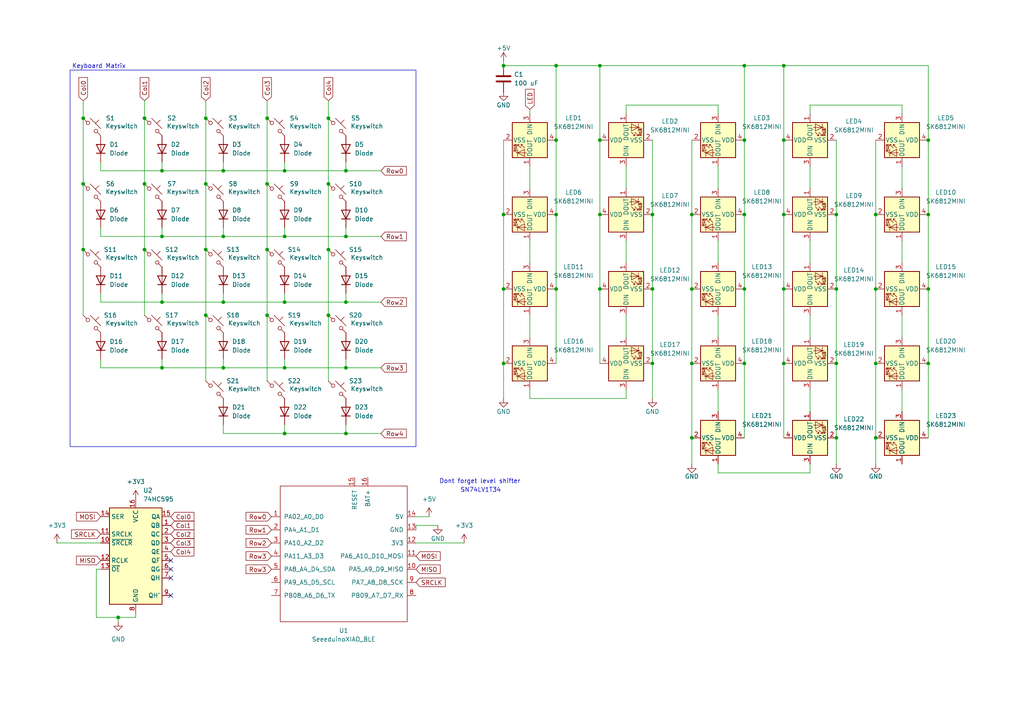
<source format=kicad_sch>
(kicad_sch (version 20250114) (generator "eeschema") (generator_version "9.0")
  (paper "A4")
  (lib_symbols
    (symbol "74xx:74HC595"
      (property "Reference" "U" (at -7.62 13.97 0))
      (property "Value" "74HC595" (at -7.62 -16.51 0))
      (symbol "74HC595_1_0"
        (pin input line (at -10.16 10.16 0) (length 2.54) (name "SER") (number "14"))
        (pin input line (at -10.16 5.08 0) (length 2.54) (name "SRCLK") (number "11"))
        (pin input line (at -10.16 2.54 0) (length 2.54) (name "~{SRCLR}") (number "10"))
        (pin input line (at -10.16 -2.54 0) (length 2.54) (name "RCLK") (number "12"))
        (pin input line (at -10.16 -5.08 0) (length 2.54) (name "~{OE}") (number "13"))
        (pin power_in line (at 0 15.24 270) (length 2.54) (name "VCC") (number "16"))
        (pin power_in line (at 0 -17.78 90) (length 2.54) (name "GND") (number "8"))
        (pin tri_state line (at 10.16 10.16 180) (length 2.54) (name "QA") (number "15"))
        (pin tri_state line (at 10.16 7.62 180) (length 2.54) (name "QB") (number "1"))
        (pin tri_state line (at 10.16 5.08 180) (length 2.54) (name "QC") (number "2"))
        (pin tri_state line (at 10.16 2.54 180) (length 2.54) (name "QD") (number "3"))
        (pin tri_state line (at 10.16 0 180) (length 2.54) (name "QE") (number "4"))
        (pin tri_state line (at 10.16 -2.54 180) (length 2.54) (name "QF") (number "5"))
        (pin tri_state line (at 10.16 -5.08 180) (length 2.54) (name "QG") (number "6"))
        (pin tri_state line (at 10.16 -7.62 180) (length 2.54) (name "QH") (number "7"))
        (pin output line (at 10.16 -12.7 180) (length 2.54) (name "QH'") (number "9"))
      )
      (symbol "74HC595_1_1"
        (rectangle (start -7.62 12.7) (end 7.62 -15.24) (stroke (width 0.254)) (fill (type background)))
      )
    )
    (symbol "Device:C" (pin_numbers (hide yes)) (pin_names (offset 0.254))
      (property "Reference" "C" (at 0.635 2.54 0))
      (property "Value" "C" (at 0.635 -2.54 0))
      (symbol "C_0_1"
        (polyline (pts (xy -2.032 0.762) (xy 2.032 0.762)) (stroke (width 0.508)))
        (polyline (pts (xy -2.032 -0.762) (xy 2.032 -0.762)) (stroke (width 0.508)))
      )
      (symbol "C_1_1"
        (pin passive line (at 0 3.81 270) (length 2.794) (name "~") (number "1"))
        (pin passive line (at 0 -3.81 90) (length 2.794) (name "~") (number "2"))
      )
    )
    (symbol "LED:SK6812MINI" (pin_names (offset 0.254))
      (property "Reference" "D" (at 5.08 5.715 0))
      (property "Value" "SK6812MINI" (at 1.27 -5.715 0))
      (symbol "SK6812MINI_0_0"
        (text "RGB" (at 2.286 -4.191 0) (effects (font (size 0.762 0.762))))
      )
      (symbol "SK6812MINI_0_1"
        (polyline (pts (xy 1.27 -2.54) (xy 1.778 -2.54)))
        (polyline (pts (xy 1.27 -3.556) (xy 1.778 -3.556)))
        (polyline (pts (xy 2.286 -1.524) (xy 1.27 -2.54) (xy 1.27 -2.032)))
        (polyline (pts (xy 2.286 -2.54) (xy 1.27 -3.556) (xy 1.27 -3.048)))
        (polyline (pts (xy 3.683 -1.016) (xy 3.683 -3.556) (xy 3.683 -4.064)))
        (polyline (pts (xy 4.699 -1.524) (xy 2.667 -1.524) (xy 3.683 -3.556) (xy 4.699 -1.524)))
        (polyline (pts (xy 4.699 -3.556) (xy 2.667 -3.556)))
        (rectangle (start 5.08 5.08) (end -5.08 -5.08) (stroke (width 0.254)) (fill (type background)))
      )
      (symbol "SK6812MINI_1_1"
        (pin input line (at -7.62 0 0) (length 2.54) (name "DIN") (number "3"))
        (pin power_in line (at 0 7.62 270) (length 2.54) (name "VDD") (number "4"))
        (pin power_in line (at 0 -7.62 90) (length 2.54) (name "VSS") (number "2"))
        (pin output line (at 7.62 0 180) (length 2.54) (name "DOUT") (number "1"))
      )
    )
    (symbol "ScottoKeebs:Placeholder_Diode" (pin_numbers (hide yes)) (pin_names (hide yes))
      (property "Reference" "D" (at 0 2.54 0))
      (property "Value" "Diode" (at 0 -2.54 0))
      (symbol "Placeholder_Diode_0_1"
        (polyline (pts (xy -1.27 1.27) (xy -1.27 -1.27)) (stroke (width 0.254)))
        (polyline (pts (xy 1.27 1.27) (xy 1.27 -1.27) (xy -1.27 0) (xy 1.27 1.27)) (stroke (width 0.254)))
        (polyline (pts (xy 1.27 0) (xy -1.27 0)))
      )
      (symbol "Placeholder_Diode_1_1"
        (pin passive line (at -3.81 0 0) (length 2.54) (name "K") (number "1"))
        (pin passive line (at 3.81 0 180) (length 2.54) (name "A") (number "2"))
      )
    )
    (symbol "ScottoKeebs:Placeholder_Keyswitch" (pin_numbers (hide yes)) (pin_names (offset 1.016) (hide yes))
      (property "Reference" "S" (at 3.048 1.016 0))
      (property "Value" "Keyswitch" (at 0 -3.81 0))
      (symbol "Placeholder_Keyswitch_0_1"
        (polyline (pts (xy -2.54 2.54) (xy -1.524 1.524) (xy -1.524 1.524)))
        (circle (center -1.1684 1.1684) (radius 0.508))
        (polyline (pts (xy -0.508 2.54) (xy 2.54 -0.508)))
        (polyline (pts (xy 1.016 1.016) (xy 2.032 2.032)))
        (circle (center 1.143 -1.1938) (radius 0.508))
        (polyline (pts (xy 1.524 -1.524) (xy 2.54 -2.54) (xy 2.54 -2.54) (xy 2.54 -2.54)))
        (pin passive line (at -2.54 2.54 0) (length 0) (name "1") (number "1"))
        (pin passive line (at 2.54 -2.54 180) (length 0) (name "2") (number "2"))
      )
    )
    (symbol "Seeeduino XIAO:SeeeduinoXIAO_BLE" (pin_names (offset 1.016))
      (property "Reference" "U1" (at -0.635 -21.59 0))
      (property "Value" "SeeeduinoXIAO_BLE" (at -0.635 -24.13 0))
      (symbol "SeeeduinoXIAO_BLE_0_1"
        (rectangle (start -19.05 20.32) (end 17.78 -19.05))
      )
      (symbol "SeeeduinoXIAO_BLE_1_1"
        (pin bidirectional line (at -21.59 11.43 0) (length 2.54) (name "PA02_A0_D0") (number "1"))
        (pin bidirectional line (at -21.59 7.62 0) (length 2.54) (name "PA4_A1_D1") (number "2"))
        (pin bidirectional line (at -21.59 3.81 0) (length 2.54) (name "PA10_A2_D2") (number "3"))
        (pin bidirectional line (at -21.59 0 0) (length 2.54) (name "PA11_A3_D3") (number "4"))
        (pin bidirectional line (at -21.59 -3.81 0) (length 2.54) (name "PA8_A4_D4_SDA") (number "5"))
        (pin bidirectional line (at -21.59 -7.62 0) (length 2.54) (name "PA9_A5_D5_SCL") (number "6"))
        (pin bidirectional line (at -21.59 -11.43 0) (length 2.54) (name "PB08_A6_D6_TX") (number "7"))
        (pin input line (at 2.54 22.86 270) (length 2.54) (name "RESET") (number "15"))
        (pin power_in line (at 6.35 22.86 270) (length 2.54) (name "BAT+") (number "16"))
        (pin power_out line (at 20.32 11.43 180) (length 2.54) (name "5V") (number "14"))
        (pin power_out line (at 20.32 7.62 180) (length 2.54) (name "GND") (number "13"))
        (pin power_out line (at 20.32 3.81 180) (length 2.54) (name "3V3") (number "12"))
        (pin bidirectional line (at 20.32 0 180) (length 2.54) (name "PA6_A10_D10_MOSI") (number "11"))
        (pin bidirectional line (at 20.32 -3.81 180) (length 2.54) (name "PA5_A9_D9_MISO") (number "10"))
        (pin bidirectional line (at 20.32 -7.62 180) (length 2.54) (name "PA7_A8_D8_SCK") (number "9"))
        (pin bidirectional line (at 20.32 -11.43 180) (length 2.54) (name "PB09_A7_D7_RX") (number "8"))
      )
    )
    (symbol "power:+3V3" (power) (pin_numbers (hide yes)) (pin_names (offset 0) (hide yes))
      (property "Value" "+3V3" (at 0 3.556 0))
      (symbol "+3V3_0_1"
        (polyline (pts (xy -0.762 1.27) (xy 0 2.54)))
        (polyline (pts (xy 0 2.54) (xy 0.762 1.27)))
        (polyline (pts (xy 0 0) (xy 0 2.54)))
      )
      (symbol "+3V3_1_1"
        (pin power_in line (at 0 0 90) (length 0) (name "~") (number "1"))
      )
    )
    (symbol "power:+5V" (power) (pin_numbers (hide yes)) (pin_names (offset 0) (hide yes))
      (property "Value" "+5V" (at 0 3.556 0))
      (symbol "+5V_0_1"
        (polyline (pts (xy -0.762 1.27) (xy 0 2.54)))
        (polyline (pts (xy 0 2.54) (xy 0.762 1.27)))
        (polyline (pts (xy 0 0) (xy 0 2.54)))
      )
      (symbol "+5V_1_1"
        (pin power_in line (at 0 0 90) (length 0) (name "~") (number "1"))
      )
    )
    (symbol "power:GND" (power) (pin_numbers (hide yes)) (pin_names (offset 0) (hide yes))
      (property "Value" "GND" (at 0 -3.81 0))
      (symbol "GND_0_1"
        (polyline (pts (xy 0 0) (xy 0 -1.27) (xy 1.27 -1.27) (xy 0 -2.54) (xy -1.27 -1.27) (xy 0 -1.27)))
      )
      (symbol "GND_1_1"
        (pin power_in line (at 0 0 270) (length 0) (name "~") (number "1"))
      )
    )
  )
  (rectangle (start 20.32 20.32) (end 120.65 129.54))
  (text "Dont forget level shifter" (at 139.192 139.7 0) (effects (font (size 1.27 1.27))))
  (text "Keyboard Matrix" (at 28.702 19.304 0) (effects (font (size 1.27 1.27))))
  (text "SN74LV1T34" (at 139.446 142.24 0) (effects (font (size 1.27 1.27))))
  (junction (at 254 127))
  (junction (at 200.66 127))
  (junction (at 41.91 34.29))
  (junction (at 146.05 19.05))
  (junction (at 242.57 62.23))
  (junction (at 189.23 105.41))
  (junction (at 64.77 49.53))
  (junction (at 59.69 34.29))
  (junction (at 200.66 83.82))
  (junction (at 77.47 34.29))
  (junction (at 95.25 91.44))
  (junction (at 82.55 87.63))
  (junction (at 200.66 105.41))
  (junction (at 173.99 19.05))
  (junction (at 173.99 83.82))
  (junction (at 46.99 68.58))
  (junction (at 100.33 125.73))
  (junction (at 173.99 62.23))
  (junction (at 77.47 91.44))
  (junction (at 227.33 62.23))
  (junction (at 59.69 91.44))
  (junction (at 254 105.41))
  (junction (at 146.05 105.41))
  (junction (at 161.29 19.05))
  (junction (at 77.47 72.39))
  (junction (at 242.57 83.82))
  (junction (at 189.23 62.23))
  (junction (at 46.99 87.63))
  (junction (at 95.25 34.29))
  (junction (at 64.77 87.63))
  (junction (at 82.55 68.58))
  (junction (at 82.55 106.68))
  (junction (at 269.24 105.41))
  (junction (at 46.99 106.68))
  (junction (at 77.47 53.34))
  (junction (at 146.05 62.23))
  (junction (at 41.91 72.39))
  (junction (at 59.69 53.34))
  (junction (at 269.24 62.23))
  (junction (at 100.33 49.53))
  (junction (at 64.77 68.58))
  (junction (at 100.33 106.68))
  (junction (at 227.33 40.64))
  (junction (at 59.69 72.39))
  (junction (at 95.25 53.34))
  (junction (at 215.9 83.82))
  (junction (at 215.9 105.41))
  (junction (at 41.91 53.34))
  (junction (at 24.13 53.34))
  (junction (at 100.33 68.58))
  (junction (at 215.9 62.23))
  (junction (at 189.23 83.82))
  (junction (at 34.29 179.07))
  (junction (at 161.29 40.64))
  (junction (at 82.55 49.53))
  (junction (at 200.66 62.23))
  (junction (at 227.33 83.82))
  (junction (at 242.57 127))
  (junction (at 242.57 105.41))
  (junction (at 24.13 72.39))
  (junction (at 100.33 87.63))
  (junction (at 215.9 40.64))
  (junction (at 95.25 72.39))
  (junction (at 269.24 40.64))
  (junction (at 46.99 49.53))
  (junction (at 254 62.23))
  (junction (at 269.24 83.82))
  (junction (at 24.13 34.29))
  (junction (at 146.05 83.82))
  (junction (at 215.9 19.05))
  (junction (at 227.33 19.05))
  (junction (at 227.33 105.41))
  (junction (at 82.55 125.73))
  (junction (at 64.77 106.68))
  (junction (at 173.99 40.64))
  (junction (at 161.29 62.23))
  (junction (at 254 83.82))
  (junction (at 161.29 83.82))
  (no_connect (at 49.53 167.64))
  (no_connect (at 49.53 165.1))
  (no_connect (at 49.53 162.56))
  (no_connect (at 49.53 172.72))
  (wire (pts (xy 269.24 62.23) (xy 269.24 83.82)))
  (wire (pts (xy 227.33 40.64) (xy 227.33 62.23)))
  (wire (pts (xy 200.66 40.64) (xy 200.66 62.23)))
  (wire (pts (xy 227.33 19.05) (xy 227.33 40.64)))
  (wire (pts (xy 261.62 91.44) (xy 261.62 97.79)))
  (wire (pts (xy 24.13 34.29) (xy 24.13 53.34)))
  (wire (pts (xy 189.23 83.82) (xy 189.23 105.41)))
  (wire (pts (xy 41.91 34.29) (xy 41.91 53.34)))
  (wire (pts (xy 77.47 53.34) (xy 77.47 72.39)))
  (wire (pts (xy 146.05 62.23) (xy 146.05 83.82)))
  (wire (pts (xy 242.57 127) (xy 242.57 134.62)))
  (wire (pts (xy 27.94 179.07) (xy 34.29 179.07)))
  (wire (pts (xy 27.94 165.1) (xy 27.94 179.07)))
  (wire (pts (xy 269.24 40.64) (xy 269.24 62.23)))
  (wire (pts (xy 208.28 48.26) (xy 208.28 54.61)))
  (wire (pts (xy 100.33 49.53) (xy 110.49 49.53)))
  (wire (pts (xy 59.69 72.39) (xy 59.69 91.44)))
  (wire (pts (xy 173.99 19.05) (xy 173.99 40.64)))
  (wire (pts (xy 261.62 30.48) (xy 261.62 33.02)))
  (wire (pts (xy 173.99 40.64) (xy 173.99 62.23)))
  (wire (pts (xy 120.65 157.48) (xy 134.62 157.48)))
  (wire (pts (xy 215.9 19.05) (xy 215.9 40.64)))
  (wire (pts (xy 77.47 91.44) (xy 77.47 110.49)))
  (wire (pts (xy 181.61 30.48) (xy 208.28 30.48)))
  (wire (pts (xy 120.65 149.86) (xy 124.46 149.86)))
  (wire (pts (xy 181.61 69.85) (xy 181.61 76.2)))
  (wire (pts (xy 29.21 68.58) (xy 46.99 68.58)))
  (wire (pts (xy 208.28 69.85) (xy 208.28 76.2)))
  (wire (pts (xy 64.77 68.58) (xy 82.55 68.58)))
  (wire (pts (xy 208.28 137.16) (xy 234.95 137.16)))
  (wire (pts (xy 29.21 104.14) (xy 29.21 106.68)))
  (wire (pts (xy 153.67 31.75) (xy 153.67 33.02)))
  (wire (pts (xy 269.24 105.41) (xy 269.24 127)))
  (wire (pts (xy 29.21 66.04) (xy 29.21 68.58)))
  (wire (pts (xy 29.21 87.63) (xy 46.99 87.63)))
  (wire (pts (xy 95.25 91.44) (xy 95.25 110.49)))
  (wire (pts (xy 100.33 104.14) (xy 100.33 106.68)))
  (wire (pts (xy 161.29 83.82) (xy 161.29 105.41)))
  (wire (pts (xy 100.33 123.19) (xy 100.33 125.73)))
  (wire (pts (xy 29.21 49.53) (xy 46.99 49.53)))
  (wire (pts (xy 173.99 62.23) (xy 173.99 83.82)))
  (wire (pts (xy 254 127) (xy 254 134.62)))
  (wire (pts (xy 29.21 106.68) (xy 46.99 106.68)))
  (wire (pts (xy 181.61 113.03) (xy 181.61 115.57)))
  (wire (pts (xy 215.9 105.41) (xy 215.9 127)))
  (wire (pts (xy 208.28 113.03) (xy 208.28 119.38)))
  (wire (pts (xy 261.62 69.85) (xy 261.62 76.2)))
  (wire (pts (xy 95.25 72.39) (xy 95.25 91.44)))
  (wire (pts (xy 46.99 104.14) (xy 46.99 106.68)))
  (wire (pts (xy 95.25 34.29) (xy 95.25 53.34)))
  (wire (pts (xy 64.77 87.63) (xy 82.55 87.63)))
  (wire (pts (xy 34.29 179.07) (xy 39.37 179.07)))
  (wire (pts (xy 200.66 105.41) (xy 200.66 127)))
  (wire (pts (xy 146.05 17.78) (xy 146.05 19.05)))
  (wire (pts (xy 215.9 83.82) (xy 215.9 105.41)))
  (wire (pts (xy 269.24 83.82) (xy 269.24 105.41)))
  (wire (pts (xy 59.69 29.21) (xy 59.69 34.29)))
  (wire (pts (xy 46.99 87.63) (xy 64.77 87.63)))
  (wire (pts (xy 100.33 125.73) (xy 110.49 125.73)))
  (wire (pts (xy 59.69 34.29) (xy 59.69 53.34)))
  (wire (pts (xy 24.13 53.34) (xy 24.13 72.39)))
  (wire (pts (xy 82.55 106.68) (xy 100.33 106.68)))
  (wire (pts (xy 64.77 106.68) (xy 82.55 106.68)))
  (wire (pts (xy 24.13 72.39) (xy 24.13 91.44)))
  (wire (pts (xy 234.95 91.44) (xy 234.95 97.79)))
  (wire (pts (xy 261.62 113.03) (xy 261.62 119.38)))
  (wire (pts (xy 100.33 66.04) (xy 100.33 68.58)))
  (wire (pts (xy 82.55 104.14) (xy 82.55 106.68)))
  (wire (pts (xy 215.9 40.64) (xy 215.9 62.23)))
  (wire (pts (xy 46.99 49.53) (xy 64.77 49.53)))
  (wire (pts (xy 100.33 87.63) (xy 110.49 87.63)))
  (wire (pts (xy 41.91 29.21) (xy 41.91 34.29)))
  (wire (pts (xy 269.24 19.05) (xy 269.24 40.64)))
  (wire (pts (xy 46.99 106.68) (xy 64.77 106.68)))
  (wire (pts (xy 41.91 53.34) (xy 41.91 72.39)))
  (wire (pts (xy 82.55 66.04) (xy 82.55 68.58)))
  (wire (pts (xy 64.77 85.09) (xy 64.77 87.63)))
  (wire (pts (xy 234.95 30.48) (xy 261.62 30.48)))
  (wire (pts (xy 82.55 46.99) (xy 82.55 49.53)))
  (wire (pts (xy 120.65 152.4) (xy 120.65 153.67)))
  (wire (pts (xy 215.9 62.23) (xy 215.9 83.82)))
  (wire (pts (xy 120.65 152.4) (xy 127 152.4)))
  (wire (pts (xy 189.23 40.64) (xy 189.23 62.23)))
  (wire (pts (xy 46.99 46.99) (xy 46.99 49.53)))
  (wire (pts (xy 200.66 62.23) (xy 200.66 83.82)))
  (wire (pts (xy 153.67 113.03) (xy 153.67 115.57)))
  (wire (pts (xy 82.55 68.58) (xy 100.33 68.58)))
  (wire (pts (xy 254 40.64) (xy 254 62.23)))
  (wire (pts (xy 64.77 46.99) (xy 64.77 49.53)))
  (wire (pts (xy 64.77 49.53) (xy 82.55 49.53)))
  (wire (pts (xy 82.55 123.19) (xy 82.55 125.73)))
  (wire (pts (xy 254 83.82) (xy 254 105.41)))
  (wire (pts (xy 153.67 115.57) (xy 181.61 115.57)))
  (wire (pts (xy 29.21 46.99) (xy 29.21 49.53)))
  (wire (pts (xy 227.33 62.23) (xy 227.33 83.82)))
  (wire (pts (xy 161.29 19.05) (xy 161.29 40.64)))
  (wire (pts (xy 24.13 29.21) (xy 24.13 34.29)))
  (wire (pts (xy 181.61 91.44) (xy 181.61 97.79)))
  (wire (pts (xy 254 105.41) (xy 254 127)))
  (wire (pts (xy 234.95 137.16) (xy 234.95 134.62)))
  (wire (pts (xy 153.67 91.44) (xy 153.67 97.79)))
  (wire (pts (xy 234.95 33.02) (xy 234.95 30.48)))
  (wire (pts (xy 234.95 48.26) (xy 234.95 54.61)))
  (wire (pts (xy 100.33 46.99) (xy 100.33 49.53)))
  (wire (pts (xy 82.55 49.53) (xy 100.33 49.53)))
  (wire (pts (xy 82.55 87.63) (xy 100.33 87.63)))
  (wire (pts (xy 254 62.23) (xy 254 83.82)))
  (wire (pts (xy 146.05 105.41) (xy 146.05 115.57)))
  (wire (pts (xy 146.05 19.05) (xy 161.29 19.05)))
  (wire (pts (xy 181.61 48.26) (xy 181.61 54.61)))
  (wire (pts (xy 29.21 165.1) (xy 27.94 165.1)))
  (wire (pts (xy 161.29 62.23) (xy 161.29 83.82)))
  (wire (pts (xy 161.29 40.64) (xy 161.29 62.23)))
  (wire (pts (xy 100.33 106.68) (xy 110.49 106.68)))
  (wire (pts (xy 261.62 48.26) (xy 261.62 54.61)))
  (wire (pts (xy 82.55 85.09) (xy 82.55 87.63)))
  (wire (pts (xy 95.25 53.34) (xy 95.25 72.39)))
  (wire (pts (xy 215.9 19.05) (xy 227.33 19.05)))
  (wire (pts (xy 208.28 134.62) (xy 208.28 137.16)))
  (wire (pts (xy 234.95 69.85) (xy 234.95 76.2)))
  (wire (pts (xy 146.05 40.64) (xy 146.05 62.23)))
  (wire (pts (xy 242.57 105.41) (xy 242.57 127)))
  (wire (pts (xy 77.47 72.39) (xy 77.47 91.44)))
  (wire (pts (xy 242.57 40.64) (xy 242.57 62.23)))
  (wire (pts (xy 46.99 66.04) (xy 46.99 68.58)))
  (wire (pts (xy 16.51 157.48) (xy 29.21 157.48)))
  (wire (pts (xy 59.69 91.44) (xy 59.69 110.49)))
  (wire (pts (xy 200.66 127) (xy 200.66 134.62)))
  (wire (pts (xy 39.37 179.07) (xy 39.37 177.8)))
  (wire (pts (xy 173.99 83.82) (xy 173.99 105.41)))
  (wire (pts (xy 77.47 34.29) (xy 77.47 53.34)))
  (wire (pts (xy 181.61 33.02) (xy 181.61 30.48)))
  (wire (pts (xy 64.77 125.73) (xy 82.55 125.73)))
  (wire (pts (xy 242.57 62.23) (xy 242.57 83.82)))
  (wire (pts (xy 227.33 105.41) (xy 227.33 127)))
  (wire (pts (xy 100.33 85.09) (xy 100.33 87.63)))
  (wire (pts (xy 189.23 62.23) (xy 189.23 83.82)))
  (wire (pts (xy 82.55 125.73) (xy 100.33 125.73)))
  (wire (pts (xy 46.99 85.09) (xy 46.99 87.63)))
  (wire (pts (xy 200.66 83.82) (xy 200.66 105.41)))
  (wire (pts (xy 64.77 104.14) (xy 64.77 106.68)))
  (wire (pts (xy 161.29 19.05) (xy 173.99 19.05)))
  (wire (pts (xy 95.25 29.21) (xy 95.25 34.29)))
  (wire (pts (xy 64.77 66.04) (xy 64.77 68.58)))
  (wire (pts (xy 100.33 68.58) (xy 110.49 68.58)))
  (wire (pts (xy 146.05 83.82) (xy 146.05 105.41)))
  (wire (pts (xy 208.28 30.48) (xy 208.28 33.02)))
  (wire (pts (xy 189.23 105.41) (xy 189.23 115.57)))
  (wire (pts (xy 59.69 53.34) (xy 59.69 72.39)))
  (wire (pts (xy 242.57 83.82) (xy 242.57 105.41)))
  (wire (pts (xy 173.99 19.05) (xy 215.9 19.05)))
  (wire (pts (xy 153.67 69.85) (xy 153.67 76.2)))
  (wire (pts (xy 234.95 113.03) (xy 234.95 119.38)))
  (wire (pts (xy 34.29 180.34) (xy 34.29 179.07)))
  (wire (pts (xy 46.99 68.58) (xy 64.77 68.58)))
  (wire (pts (xy 153.67 48.26) (xy 153.67 54.61)))
  (wire (pts (xy 227.33 83.82) (xy 227.33 105.41)))
  (wire (pts (xy 64.77 123.19) (xy 64.77 125.73)))
  (wire (pts (xy 208.28 91.44) (xy 208.28 97.79)))
  (wire (pts (xy 29.21 85.09) (xy 29.21 87.63)))
  (wire (pts (xy 227.33 19.05) (xy 269.24 19.05)))
  (wire (pts (xy 77.47 29.21) (xy 77.47 34.29)))
  (wire (pts (xy 41.91 72.39) (xy 41.91 91.44)))
  (global_label "Row3" (shape input) (at 78.74 165.1 180) (property "Intersheetrefs" "${INTERSHEET_REFS}" (effects (hide yes))))
  (global_label "LED" (shape input) (at 153.67 31.75 90) (property "Intersheetrefs" "${INTERSHEET_REFS}" (effects (hide yes))))
  (global_label "Col4" (shape input) (at 49.53 160.02 0) (property "Intersheetrefs" "${INTERSHEET_REFS}" (effects (hide yes))))
  (global_label "Col0" (shape input) (at 24.13 29.21 90) (property "Intersheetrefs" "${INTERSHEET_REFS}" (effects (hide yes))))
  (global_label "Col2" (shape input) (at 49.53 154.94 0) (property "Intersheetrefs" "${INTERSHEET_REFS}" (effects (hide yes))))
  (global_label "Row1" (shape input) (at 78.74 153.67 180) (property "Intersheetrefs" "${INTERSHEET_REFS}" (effects (hide yes))))
  (global_label "Row0" (shape input) (at 78.74 149.86 180) (property "Intersheetrefs" "${INTERSHEET_REFS}" (effects (hide yes))))
  (global_label "MOSI" (shape input) (at 29.21 149.86 180) (property "Intersheetrefs" "${INTERSHEET_REFS}" (effects (hide yes))))
  (global_label "Col0" (shape input) (at 49.53 149.86 0) (property "Intersheetrefs" "${INTERSHEET_REFS}" (effects (hide yes))))
  (global_label "SRCLK" (shape input) (at 120.65 168.91 0) (property "Intersheetrefs" "${INTERSHEET_REFS}" (effects (hide yes))))
  (global_label "Row4" (shape input) (at 110.49 125.73 0) (property "Intersheetrefs" "${INTERSHEET_REFS}" (effects (hide yes))))
  (global_label "Col2" (shape input) (at 59.69 29.21 90) (property "Intersheetrefs" "${INTERSHEET_REFS}" (effects (hide yes))))
  (global_label "MISO" (shape input) (at 120.65 165.1 0) (property "Intersheetrefs" "${INTERSHEET_REFS}" (effects (hide yes))))
  (global_label "MISO" (shape input) (at 29.21 162.56 180) (property "Intersheetrefs" "${INTERSHEET_REFS}" (effects (hide yes))))
  (global_label "Col1" (shape input) (at 41.91 29.21 90) (property "Intersheetrefs" "${INTERSHEET_REFS}" (effects (hide yes))))
  (global_label "Row2" (shape input) (at 78.74 157.48 180) (property "Intersheetrefs" "${INTERSHEET_REFS}" (effects (hide yes))))
  (global_label "MOSI" (shape input) (at 120.65 161.29 0) (property "Intersheetrefs" "${INTERSHEET_REFS}" (effects (hide yes))))
  (global_label "Col4" (shape input) (at 95.25 29.21 90) (property "Intersheetrefs" "${INTERSHEET_REFS}" (effects (hide yes))))
  (global_label "Row3" (shape input) (at 78.74 161.29 180) (property "Intersheetrefs" "${INTERSHEET_REFS}" (effects (hide yes))))
  (global_label "Col3" (shape input) (at 49.53 157.48 0) (property "Intersheetrefs" "${INTERSHEET_REFS}" (effects (hide yes))))
  (global_label "Row2" (shape input) (at 110.49 87.63 0) (property "Intersheetrefs" "${INTERSHEET_REFS}" (effects (hide yes))))
  (global_label "Col3" (shape input) (at 77.47 29.21 90) (property "Intersheetrefs" "${INTERSHEET_REFS}" (effects (hide yes))))
  (global_label "Row3" (shape input) (at 110.49 106.68 0) (property "Intersheetrefs" "${INTERSHEET_REFS}" (effects (hide yes))))
  (global_label "Row0" (shape input) (at 110.49 49.53 0) (property "Intersheetrefs" "${INTERSHEET_REFS}" (effects (hide yes))))
  (global_label "SRCLK" (shape input) (at 29.21 154.94 180) (property "Intersheetrefs" "${INTERSHEET_REFS}" (effects (hide yes))))
  (global_label "Row1" (shape input) (at 110.49 68.58 0) (property "Intersheetrefs" "${INTERSHEET_REFS}" (effects (hide yes))))
  (global_label "Col1" (shape input) (at 49.53 152.4 0) (property "Intersheetrefs" "${INTERSHEET_REFS}" (effects (hide yes))))
  (symbol (lib_id "ScottoKeebs:Placeholder_Keyswitch") (at 80.01 93.98 0) (unit 1)
    (property "Reference" "S19" (at 85.344 91.44 0))
    (property "Value" "Keyswitch" (at 88.646 93.726 0))
    (property "Description" "Push button switch, normally open, two pins, 45° tilted" (effects (hide yes)))
  )
  (symbol (lib_id "ScottoKeebs:Placeholder_Keyswitch") (at 44.45 55.88 0) (unit 1)
    (property "Reference" "S7" (at 49.784 53.34 0))
    (property "Value" "Keyswitch" (at 53.086 55.626 0))
    (property "Description" "Push button switch, normally open, two pins, 45° tilted" (effects (hide yes)))
  )
  (symbol (lib_id "power:GND") (at 242.57 134.62 0) (unit 1)
    (property "Reference" "#PWR012" (effects (hide yes)))
    (property "Value" "GND" (at 242.57 138.176 0))
    (property "Description" "Power symbol creates a global label with name \"GND\" , ground" (effects (hide yes)))
  )
  (symbol (lib_id "power:GND") (at 254 134.62 0) (unit 1)
    (property "Reference" "#PWR013" (effects (hide yes)))
    (property "Value" "GND" (at 254 138.176 0))
    (property "Description" "Power symbol creates a global label with name \"GND\" , ground" (effects (hide yes)))
  )
  (symbol (lib_id "ScottoKeebs:Placeholder_Diode") (at 64.77 81.28 90) (unit 1)
    (property "Reference" "D13" (at 67.31 80.0099 90) (effects (justify right)))
    (property "Value" "Diode" (at 67.31 82.5499 90) (effects (justify right)))
    (property "Description" "1N4148 (DO-35) or 1N4148W (SOD-123)" (effects (hide yes)))
    (property "Sim.Device" "D" (effects (hide yes)))
    (property "Sim.Pins" "1=K 2=A" (effects (hide yes)))
  )
  (symbol (lib_id "ScottoKeebs:Placeholder_Diode") (at 82.55 81.28 90) (unit 1)
    (property "Reference" "D14" (at 85.09 80.0099 90) (effects (justify right)))
    (property "Value" "Diode" (at 85.09 82.5499 90) (effects (justify right)))
    (property "Description" "1N4148 (DO-35) or 1N4148W (SOD-123)" (effects (hide yes)))
    (property "Sim.Device" "D" (effects (hide yes)))
    (property "Sim.Pins" "1=K 2=A" (effects (hide yes)))
  )
  (symbol (lib_id "ScottoKeebs:Placeholder_Keyswitch") (at 62.23 113.03 0) (unit 1)
    (property "Reference" "S21" (at 67.564 110.49 0))
    (property "Value" "Keyswitch" (at 70.866 112.776 0))
    (property "Description" "Push button switch, normally open, two pins, 45° tilted" (effects (hide yes)))
  )
  (symbol (lib_id "LED:SK6812MINI") (at 261.62 127 270) (unit 1)
    (property "Reference" "LED23" (at 274.32 120.5798 90))
    (property "Value" "SK6812MINI" (at 274.32 123.1198 90))
    (property "Footprint" "LED_SMD:LED_SK6812MINI_PLCC4_3.5x3.5mm_P1.75mm" (effects (hide yes)))
    (property "Datasheet" "https://cdn-shop.adafruit.com/product-files/2686/SK6812MINI_REV.01-1-2.pdf" (effects (hide yes)))
    (property "Description" "RGB LED with integrated controller" (effects (hide yes)))
  )
  (symbol (lib_id "LED:SK6812MINI") (at 261.62 105.41 270) (unit 1)
    (property "Reference" "LED20" (at 274.32 98.9898 90))
    (property "Value" "SK6812MINI" (at 274.32 101.5298 90))
    (property "Footprint" "LED_SMD:LED_SK6812MINI_PLCC4_3.5x3.5mm_P1.75mm" (effects (hide yes)))
    (property "Datasheet" "https://cdn-shop.adafruit.com/product-files/2686/SK6812MINI_REV.01-1-2.pdf" (effects (hide yes)))
    (property "Description" "RGB LED with integrated controller" (effects (hide yes)))
  )
  (symbol (lib_id "ScottoKeebs:Placeholder_Diode") (at 46.99 100.33 90) (unit 1)
    (property "Reference" "D17" (at 49.53 99.0599 90) (effects (justify right)))
    (property "Value" "Diode" (at 49.53 101.5999 90) (effects (justify right)))
    (property "Description" "1N4148 (DO-35) or 1N4148W (SOD-123)" (effects (hide yes)))
    (property "Sim.Device" "D" (effects (hide yes)))
    (property "Sim.Pins" "1=K 2=A" (effects (hide yes)))
  )
  (symbol (lib_id "LED:SK6812MINI") (at 261.62 40.64 270) (unit 1)
    (property "Reference" "LED5" (at 274.32 34.2198 90))
    (property "Value" "SK6812MINI" (at 274.32 36.7598 90))
    (property "Footprint" "LED_SMD:LED_SK6812MINI_PLCC4_3.5x3.5mm_P1.75mm" (effects (hide yes)))
    (property "Datasheet" "https://cdn-shop.adafruit.com/product-files/2686/SK6812MINI_REV.01-1-2.pdf" (effects (hide yes)))
    (property "Description" "RGB LED with integrated controller" (effects (hide yes)))
  )
  (symbol (lib_id "ScottoKeebs:Placeholder_Keyswitch") (at 97.79 74.93 0) (unit 1)
    (property "Reference" "S15" (at 103.124 72.39 0))
    (property "Value" "Keyswitch" (at 106.426 74.676 0))
    (property "Description" "Push button switch, normally open, two pins, 45° tilted" (effects (hide yes)))
  )
  (symbol (lib_id "ScottoKeebs:Placeholder_Diode") (at 100.33 43.18 90) (unit 1)
    (property "Reference" "D5" (at 102.87 41.9099 90) (effects (justify right)))
    (property "Value" "Diode" (at 102.87 44.4499 90) (effects (justify right)))
    (property "Description" "1N4148 (DO-35) or 1N4148W (SOD-123)" (effects (hide yes)))
    (property "Sim.Device" "D" (effects (hide yes)))
    (property "Sim.Pins" "1=K 2=A" (effects (hide yes)))
  )
  (symbol (lib_id "LED:SK6812MINI") (at 234.95 127 90) (unit 1)
    (property "Reference" "LED22" (at 247.65 121.5546 90))
    (property "Value" "SK6812MINI" (at 247.65 124.0946 90))
    (property "Footprint" "LED_SMD:LED_SK6812MINI_PLCC4_3.5x3.5mm_P1.75mm" (effects (hide yes)))
    (property "Datasheet" "https://cdn-shop.adafruit.com/product-files/2686/SK6812MINI_REV.01-1-2.pdf" (effects (hide yes)))
    (property "Description" "RGB LED with integrated controller" (effects (hide yes)))
  )
  (symbol (lib_id "ScottoKeebs:Placeholder_Keyswitch") (at 62.23 93.98 0) (unit 1)
    (property "Reference" "S18" (at 67.564 91.44 0))
    (property "Value" "Keyswitch" (at 70.866 93.726 0))
    (property "Description" "Push button switch, normally open, two pins, 45° tilted" (effects (hide yes)))
  )
  (symbol (lib_id "ScottoKeebs:Placeholder_Keyswitch") (at 80.01 113.03 0) (unit 1)
    (property "Reference" "S22" (at 85.344 110.49 0))
    (property "Value" "Keyswitch" (at 88.646 112.776 0))
    (property "Description" "Push button switch, normally open, two pins, 45° tilted" (effects (hide yes)))
  )
  (symbol (lib_id "ScottoKeebs:Placeholder_Keyswitch") (at 26.67 93.98 0) (unit 1)
    (property "Reference" "S16" (at 32.004 91.44 0))
    (property "Value" "Keyswitch" (at 35.306 93.726 0))
    (property "Description" "Push button switch, normally open, two pins, 45° tilted" (effects (hide yes)))
  )
  (symbol (lib_id "ScottoKeebs:Placeholder_Keyswitch") (at 44.45 93.98 0) (unit 1)
    (property "Reference" "S17" (at 49.784 91.44 0))
    (property "Value" "Keyswitch" (at 53.086 93.726 0))
    (property "Description" "Push button switch, normally open, two pins, 45° tilted" (effects (hide yes)))
  )
  (symbol (lib_id "power:GND") (at 189.23 115.57 0) (unit 1)
    (property "Reference" "#PWR010" (effects (hide yes)))
    (property "Value" "GND" (at 189.23 119.38 0))
    (property "Description" "Power symbol creates a global label with name \"GND\" , ground" (effects (hide yes)))
  )
  (symbol (lib_id "power:+5V") (at 146.05 17.78 0) (unit 1)
    (property "Reference" "#PWR07" (effects (hide yes)))
    (property "Value" "+5V" (at 146.05 13.97 0))
    (property "Description" "Power symbol creates a global label with name \"+5V\"" (effects (hide yes)))
  )
  (symbol (lib_id "LED:SK6812MINI") (at 234.95 62.23 90) (unit 1)
    (property "Reference" "LED9" (at 247.65 56.7846 90))
    (property "Value" "SK6812MINI" (at 247.65 59.3246 90))
    (property "Footprint" "LED_SMD:LED_SK6812MINI_PLCC4_3.5x3.5mm_P1.75mm" (effects (hide yes)))
    (property "Datasheet" "https://cdn-shop.adafruit.com/product-files/2686/SK6812MINI_REV.01-1-2.pdf" (effects (hide yes)))
    (property "Description" "RGB LED with integrated controller" (effects (hide yes)))
  )
  (symbol (lib_id "ScottoKeebs:Placeholder_Diode") (at 100.33 100.33 90) (unit 1)
    (property "Reference" "D20" (at 102.87 99.0599 90) (effects (justify right)))
    (property "Value" "Diode" (at 102.87 101.5999 90) (effects (justify right)))
    (property "Description" "1N4148 (DO-35) or 1N4148W (SOD-123)" (effects (hide yes)))
    (property "Sim.Device" "D" (effects (hide yes)))
    (property "Sim.Pins" "1=K 2=A" (effects (hide yes)))
  )
  (symbol (lib_id "ScottoKeebs:Placeholder_Keyswitch") (at 26.67 36.83 0) (unit 1)
    (property "Reference" "S1" (at 32.004 34.29 0))
    (property "Value" "Keyswitch" (at 35.306 36.576 0))
    (property "Description" "Push button switch, normally open, two pins, 45° tilted" (effects (hide yes)))
  )
  (symbol (lib_id "LED:SK6812MINI") (at 181.61 62.23 90) (unit 1)
    (property "Reference" "LED7" (at 194.31 56.7846 90))
    (property "Value" "SK6812MINI" (at 194.31 59.3246 90))
    (property "Footprint" "LED_SMD:LED_SK6812MINI_PLCC4_3.5x3.5mm_P1.75mm" (effects (hide yes)))
    (property "Datasheet" "https://cdn-shop.adafruit.com/product-files/2686/SK6812MINI_REV.01-1-2.pdf" (effects (hide yes)))
    (property "Description" "RGB LED with integrated controller" (effects (hide yes)))
  )
  (symbol (lib_id "power:GND") (at 127 152.4 0) (unit 1)
    (property "Reference" "#PWR06" (effects (hide yes)))
    (property "Value" "GND" (at 127 156.21 0))
    (property "Description" "Power symbol creates a global label with name \"GND\" , ground" (effects (hide yes)))
  )
  (symbol (lib_id "LED:SK6812MINI") (at 234.95 40.64 90) (unit 1)
    (property "Reference" "LED4" (at 247.65 35.1946 90))
    (property "Value" "SK6812MINI" (at 247.65 37.7346 90))
    (property "Footprint" "LED_SMD:LED_SK6812MINI_PLCC4_3.5x3.5mm_P1.75mm" (effects (hide yes)))
    (property "Datasheet" "https://cdn-shop.adafruit.com/product-files/2686/SK6812MINI_REV.01-1-2.pdf" (effects (hide yes)))
    (property "Description" "RGB LED with integrated controller" (effects (hide yes)))
  )
  (symbol (lib_id "LED:SK6812MINI") (at 261.62 62.23 270) (unit 1)
    (property "Reference" "LED10" (at 274.32 55.8098 90))
    (property "Value" "SK6812MINI" (at 274.32 58.3498 90))
    (property "Footprint" "LED_SMD:LED_SK6812MINI_PLCC4_3.5x3.5mm_P1.75mm" (effects (hide yes)))
    (property "Datasheet" "https://cdn-shop.adafruit.com/product-files/2686/SK6812MINI_REV.01-1-2.pdf" (effects (hide yes)))
    (property "Description" "RGB LED with integrated controller" (effects (hide yes)))
  )
  (symbol (lib_id "ScottoKeebs:Placeholder_Keyswitch") (at 97.79 55.88 0) (unit 1)
    (property "Reference" "S10" (at 103.124 53.34 0))
    (property "Value" "Keyswitch" (at 106.426 55.626 0))
    (property "Description" "Push button switch, normally open, two pins, 45° tilted" (effects (hide yes)))
  )
  (symbol (lib_id "ScottoKeebs:Placeholder_Keyswitch") (at 80.01 36.83 0) (unit 1)
    (property "Reference" "S4" (at 85.344 34.29 0))
    (property "Value" "Keyswitch" (at 88.646 36.576 0))
    (property "Description" "Push button switch, normally open, two pins, 45° tilted" (effects (hide yes)))
  )
  (symbol (lib_id "ScottoKeebs:Placeholder_Diode") (at 46.99 62.23 90) (unit 1)
    (property "Reference" "D7" (at 49.53 60.9599 90) (effects (justify right)))
    (property "Value" "Diode" (at 49.53 63.4999 90) (effects (justify right)))
    (property "Description" "1N4148 (DO-35) or 1N4148W (SOD-123)" (effects (hide yes)))
    (property "Sim.Device" "D" (effects (hide yes)))
    (property "Sim.Pins" "1=K 2=A" (effects (hide yes)))
  )
  (symbol (lib_id "ScottoKeebs:Placeholder_Diode") (at 64.77 119.38 90) (unit 1)
    (property "Reference" "D21" (at 67.31 118.1099 90) (effects (justify right)))
    (property "Value" "Diode" (at 67.31 120.6499 90) (effects (justify right)))
    (property "Description" "1N4148 (DO-35) or 1N4148W (SOD-123)" (effects (hide yes)))
    (property "Sim.Device" "D" (effects (hide yes)))
    (property "Sim.Pins" "1=K 2=A" (effects (hide yes)))
  )
  (symbol (lib_id "ScottoKeebs:Placeholder_Diode") (at 64.77 43.18 90) (unit 1)
    (property "Reference" "D3" (at 67.31 41.9099 90) (effects (justify right)))
    (property "Value" "Diode" (at 67.31 44.4499 90) (effects (justify right)))
    (property "Description" "1N4148 (DO-35) or 1N4148W (SOD-123)" (effects (hide yes)))
    (property "Sim.Device" "D" (effects (hide yes)))
    (property "Sim.Pins" "1=K 2=A" (effects (hide yes)))
  )
  (symbol (lib_id "ScottoKeebs:Placeholder_Diode") (at 82.55 43.18 90) (unit 1)
    (property "Reference" "D4" (at 85.09 41.9099 90) (effects (justify right)))
    (property "Value" "Diode" (at 85.09 44.4499 90) (effects (justify right)))
    (property "Description" "1N4148 (DO-35) or 1N4148W (SOD-123)" (effects (hide yes)))
    (property "Sim.Device" "D" (effects (hide yes)))
    (property "Sim.Pins" "1=K 2=A" (effects (hide yes)))
  )
  (symbol (lib_id "power:+5V") (at 124.46 149.86 0) (unit 1)
    (property "Reference" "#PWR05" (effects (hide yes)))
    (property "Value" "+5V" (at 124.46 144.78 0))
    (property "Description" "Power symbol creates a global label with name \"+5V\"" (effects (hide yes)))
  )
  (symbol (lib_id "LED:SK6812MINI") (at 234.95 105.41 90) (unit 1)
    (property "Reference" "LED19" (at 247.65 99.9646 90))
    (property "Value" "SK6812MINI" (at 247.65 102.5046 90))
    (property "Footprint" "LED_SMD:LED_SK6812MINI_PLCC4_3.5x3.5mm_P1.75mm" (effects (hide yes)))
    (property "Datasheet" "https://cdn-shop.adafruit.com/product-files/2686/SK6812MINI_REV.01-1-2.pdf" (effects (hide yes)))
    (property "Description" "RGB LED with integrated controller" (effects (hide yes)))
  )
  (symbol (lib_id "power:+3V3") (at 134.62 157.48 0) (unit 1)
    (property "Reference" "#PWR04" (effects (hide yes)))
    (property "Value" "+3V3" (at 134.62 152.4 0))
    (property "Description" "Power symbol creates a global label with name \"+3V3\"" (effects (hide yes)))
  )
  (symbol (lib_id "LED:SK6812MINI") (at 181.61 83.82 90) (unit 1)
    (property "Reference" "LED12" (at 194.31 78.3746 90))
    (property "Value" "SK6812MINI" (at 194.31 80.9146 90))
    (property "Footprint" "LED_SMD:LED_SK6812MINI_PLCC4_3.5x3.5mm_P1.75mm" (effects (hide yes)))
    (property "Datasheet" "https://cdn-shop.adafruit.com/product-files/2686/SK6812MINI_REV.01-1-2.pdf" (effects (hide yes)))
    (property "Description" "RGB LED with integrated controller" (effects (hide yes)))
  )
  (symbol (lib_id "ScottoKeebs:Placeholder_Diode") (at 82.55 100.33 90) (unit 1)
    (property "Reference" "D19" (at 85.09 99.0599 90) (effects (justify right)))
    (property "Value" "Diode" (at 85.09 101.5999 90) (effects (justify right)))
    (property "Description" "1N4148 (DO-35) or 1N4148W (SOD-123)" (effects (hide yes)))
    (property "Sim.Device" "D" (effects (hide yes)))
    (property "Sim.Pins" "1=K 2=A" (effects (hide yes)))
  )
  (symbol (lib_id "ScottoKeebs:Placeholder_Diode") (at 29.21 62.23 90) (unit 1)
    (property "Reference" "D6" (at 31.75 60.9599 90) (effects (justify right)))
    (property "Value" "Diode" (at 31.75 63.4999 90) (effects (justify right)))
    (property "Description" "1N4148 (DO-35) or 1N4148W (SOD-123)" (effects (hide yes)))
    (property "Sim.Device" "D" (effects (hide yes)))
    (property "Sim.Pins" "1=K 2=A" (effects (hide yes)))
  )
  (symbol (lib_id "LED:SK6812MINI") (at 208.28 105.41 270) (unit 1)
    (property "Reference" "LED18" (at 220.98 98.9898 90))
    (property "Value" "SK6812MINI" (at 220.98 101.5298 90))
    (property "Footprint" "LED_SMD:LED_SK6812MINI_PLCC4_3.5x3.5mm_P1.75mm" (effects (hide yes)))
    (property "Datasheet" "https://cdn-shop.adafruit.com/product-files/2686/SK6812MINI_REV.01-1-2.pdf" (effects (hide yes)))
    (property "Description" "RGB LED with integrated controller" (effects (hide yes)))
  )
  (symbol (lib_id "LED:SK6812MINI") (at 208.28 62.23 270) (unit 1)
    (property "Reference" "LED8" (at 220.98 55.8098 90))
    (property "Value" "SK6812MINI" (at 220.98 58.3498 90))
    (property "Footprint" "LED_SMD:LED_SK6812MINI_PLCC4_3.5x3.5mm_P1.75mm" (effects (hide yes)))
    (property "Datasheet" "https://cdn-shop.adafruit.com/product-files/2686/SK6812MINI_REV.01-1-2.pdf" (effects (hide yes)))
    (property "Description" "RGB LED with integrated controller" (effects (hide yes)))
  )
  (symbol (lib_id "LED:SK6812MINI") (at 153.67 83.82 270) (unit 1)
    (property "Reference" "LED11" (at 166.37 77.3998 90))
    (property "Value" "SK6812MINI" (at 166.37 79.9398 90))
    (property "Footprint" "LED_SMD:LED_SK6812MINI_PLCC4_3.5x3.5mm_P1.75mm" (effects (hide yes)))
    (property "Datasheet" "https://cdn-shop.adafruit.com/product-files/2686/SK6812MINI_REV.01-1-2.pdf" (effects (hide yes)))
    (property "Description" "RGB LED with integrated controller" (effects (hide yes)))
  )
  (symbol (lib_id "ScottoKeebs:Placeholder_Keyswitch") (at 62.23 74.93 0) (unit 1)
    (property "Reference" "S13" (at 67.564 72.39 0))
    (property "Value" "Keyswitch" (at 70.866 74.676 0))
    (property "Description" "Push button switch, normally open, two pins, 45° tilted" (effects (hide yes)))
  )
  (symbol (lib_id "power:+3V3") (at 39.37 144.78 0) (unit 1)
    (property "Reference" "#PWR01" (effects (hide yes)))
    (property "Value" "+3V3" (at 39.37 139.7 0))
    (property "Description" "Power symbol creates a global label with name \"+3V3\"" (effects (hide yes)))
  )
  (symbol (lib_id "LED:SK6812MINI") (at 153.67 105.41 270) (unit 1)
    (property "Reference" "LED16" (at 166.37 98.9898 90))
    (property "Value" "SK6812MINI" (at 166.37 101.5298 90))
    (property "Footprint" "LED_SMD:LED_SK6812MINI_PLCC4_3.5x3.5mm_P1.75mm" (effects (hide yes)))
    (property "Datasheet" "https://cdn-shop.adafruit.com/product-files/2686/SK6812MINI_REV.01-1-2.pdf" (effects (hide yes)))
    (property "Description" "RGB LED with integrated controller" (effects (hide yes)))
  )
  (symbol (lib_id "ScottoKeebs:Placeholder_Diode") (at 100.33 81.28 90) (unit 1)
    (property "Reference" "D15" (at 102.87 80.0099 90) (effects (justify right)))
    (property "Value" "Diode" (at 102.87 82.5499 90) (effects (justify right)))
    (property "Description" "1N4148 (DO-35) or 1N4148W (SOD-123)" (effects (hide yes)))
    (property "Sim.Device" "D" (effects (hide yes)))
    (property "Sim.Pins" "1=K 2=A" (effects (hide yes)))
  )
  (symbol (lib_id "ScottoKeebs:Placeholder_Keyswitch") (at 44.45 74.93 0) (unit 1)
    (property "Reference" "S12" (at 49.784 72.39 0))
    (property "Value" "Keyswitch" (at 53.086 74.676 0))
    (property "Description" "Push button switch, normally open, two pins, 45° tilted" (effects (hide yes)))
  )
  (symbol (lib_id "ScottoKeebs:Placeholder_Diode") (at 46.99 81.28 90) (unit 1)
    (property "Reference" "D12" (at 49.53 80.0099 90) (effects (justify right)))
    (property "Value" "Diode" (at 49.53 82.5499 90) (effects (justify right)))
    (property "Description" "1N4148 (DO-35) or 1N4148W (SOD-123)" (effects (hide yes)))
    (property "Sim.Device" "D" (effects (hide yes)))
    (property "Sim.Pins" "1=K 2=A" (effects (hide yes)))
  )
  (symbol (lib_id "ScottoKeebs:Placeholder_Diode") (at 29.21 43.18 90) (unit 1)
    (property "Reference" "D1" (at 31.75 41.9099 90) (effects (justify right)))
    (property "Value" "Diode" (at 31.75 44.4499 90) (effects (justify right)))
    (property "Description" "1N4148 (DO-35) or 1N4148W (SOD-123)" (effects (hide yes)))
    (property "Sim.Device" "D" (effects (hide yes)))
    (property "Sim.Pins" "1=K 2=A" (effects (hide yes)))
  )
  (symbol (lib_id "ScottoKeebs:Placeholder_Diode") (at 64.77 100.33 90) (unit 1)
    (property "Reference" "D18" (at 67.31 99.0599 90) (effects (justify right)))
    (property "Value" "Diode" (at 67.31 101.5999 90) (effects (justify right)))
    (property "Description" "1N4148 (DO-35) or 1N4148W (SOD-123)" (effects (hide yes)))
    (property "Sim.Device" "D" (effects (hide yes)))
    (property "Sim.Pins" "1=K 2=A" (effects (hide yes)))
  )
  (symbol (lib_id "ScottoKeebs:Placeholder_Keyswitch") (at 26.67 55.88 0) (unit 1)
    (property "Reference" "S6" (at 32.004 53.34 0))
    (property "Value" "Keyswitch" (at 35.306 55.626 0))
    (property "Description" "Push button switch, normally open, two pins, 45° tilted" (effects (hide yes)))
  )
  (symbol (lib_id "Device:C") (at 146.05 22.86 0) (unit 1)
    (property "Reference" "C1" (at 149.098 21.59 0) (effects (justify left)))
    (property "Value" "100 uF" (at 149.098 24.13 0) (effects (justify left)))
    (property "Description" "Unpolarized capacitor" (effects (hide yes)))
  )
  (symbol (lib_id "power:GND") (at 146.05 115.57 0) (unit 1)
    (property "Reference" "#PWR09" (effects (hide yes)))
    (property "Value" "GND" (at 146.05 119.38 0))
    (property "Description" "Power symbol creates a global label with name \"GND\" , ground" (effects (hide yes)))
  )
  (symbol (lib_id "LED:SK6812MINI") (at 153.67 40.64 270) (unit 1)
    (property "Reference" "LED1" (at 166.37 34.2198 90))
    (property "Value" "SK6812MINI" (at 166.37 36.7598 90))
    (property "Footprint" "LED_SMD:LED_SK6812MINI_PLCC4_3.5x3.5mm_P1.75mm" (effects (hide yes)))
    (property "Datasheet" "https://cdn-shop.adafruit.com/product-files/2686/SK6812MINI_REV.01-1-2.pdf" (effects (hide yes)))
    (property "Description" "RGB LED with integrated controller" (effects (hide yes)))
  )
  (symbol (lib_id "ScottoKeebs:Placeholder_Keyswitch") (at 44.45 36.83 0) (unit 1)
    (property "Reference" "S2" (at 49.784 34.29 0))
    (property "Value" "Keyswitch" (at 53.086 36.576 0))
    (property "Description" "Push button switch, normally open, two pins, 45° tilted" (effects (hide yes)))
  )
  (symbol (lib_id "power:+3V3") (at 16.51 157.48 0) (unit 1)
    (property "Reference" "#PWR03" (effects (hide yes)))
    (property "Value" "+3V3" (at 16.51 152.4 0))
    (property "Description" "Power symbol creates a global label with name \"+3V3\"" (effects (hide yes)))
  )
  (symbol (lib_id "LED:SK6812MINI") (at 208.28 40.64 270) (unit 1)
    (property "Reference" "LED3" (at 220.98 34.2198 90))
    (property "Value" "SK6812MINI" (at 220.98 36.7598 90))
    (property "Footprint" "LED_SMD:LED_SK6812MINI_PLCC4_3.5x3.5mm_P1.75mm" (effects (hide yes)))
    (property "Datasheet" "https://cdn-shop.adafruit.com/product-files/2686/SK6812MINI_REV.01-1-2.pdf" (effects (hide yes)))
    (property "Description" "RGB LED with integrated controller" (effects (hide yes)))
  )
  (symbol (lib_id "ScottoKeebs:Placeholder_Keyswitch") (at 97.79 113.03 0) (unit 1)
    (property "Reference" "S23" (at 103.124 110.49 0))
    (property "Value" "Keyswitch" (at 106.426 112.776 0))
    (property "Description" "Push button switch, normally open, two pins, 45° tilted" (effects (hide yes)))
  )
  (symbol (lib_id "ScottoKeebs:Placeholder_Keyswitch") (at 26.67 74.93 0) (unit 1)
    (property "Reference" "S11" (at 32.004 72.39 0))
    (property "Value" "Keyswitch" (at 35.306 74.676 0))
    (property "Description" "Push button switch, normally open, two pins, 45° tilted" (effects (hide yes)))
  )
  (symbol (lib_id "ScottoKeebs:Placeholder_Keyswitch") (at 80.01 74.93 0) (unit 1)
    (property "Reference" "S14" (at 85.344 72.39 0))
    (property "Value" "Keyswitch" (at 88.646 74.676 0))
    (property "Description" "Push button switch, normally open, two pins, 45° tilted" (effects (hide yes)))
  )
  (symbol (lib_id "ScottoKeebs:Placeholder_Diode") (at 29.21 100.33 90) (unit 1)
    (property "Reference" "D16" (at 31.75 99.0599 90) (effects (justify right)))
    (property "Value" "Diode" (at 31.75 101.5999 90) (effects (justify right)))
    (property "Description" "1N4148 (DO-35) or 1N4148W (SOD-123)" (effects (hide yes)))
    (property "Sim.Device" "D" (effects (hide yes)))
    (property "Sim.Pins" "1=K 2=A" (effects (hide yes)))
  )
  (symbol (lib_id "ScottoKeebs:Placeholder_Diode") (at 100.33 62.23 90) (unit 1)
    (property "Reference" "D10" (at 102.87 60.9599 90) (effects (justify right)))
    (property "Value" "Diode" (at 102.87 63.4999 90) (effects (justify right)))
    (property "Description" "1N4148 (DO-35) or 1N4148W (SOD-123)" (effects (hide yes)))
    (property "Sim.Device" "D" (effects (hide yes)))
    (property "Sim.Pins" "1=K 2=A" (effects (hide yes)))
  )
  (symbol (lib_id "74xx:74HC595") (at 39.37 160.02 0) (unit 1)
    (property "Reference" "U2" (at 41.5133 142.24 0) (effects (justify left)))
    (property "Value" "74HC595" (at 41.5133 144.78 0) (effects (justify left)))
    (property "Datasheet" "http://www.ti.com/lit/ds/symlink/sn74hc595.pdf" (effects (hide yes)))
    (property "Description" "8-bit serial in/out Shift Register 3-State Outputs" (effects (hide yes)))
  )
  (symbol (lib_id "ScottoKeebs:Placeholder_Keyswitch") (at 97.79 36.83 0) (unit 1)
    (property "Reference" "S5" (at 103.124 34.29 0))
    (property "Value" "Keyswitch" (at 106.426 36.576 0))
    (property "Description" "Push button switch, normally open, two pins, 45° tilted" (effects (hide yes)))
  )
  (symbol (lib_id "LED:SK6812MINI") (at 234.95 83.82 90) (unit 1)
    (property "Reference" "LED14" (at 247.65 78.3746 90))
    (property "Value" "SK6812MINI" (at 247.65 80.9146 90))
    (property "Footprint" "LED_SMD:LED_SK6812MINI_PLCC4_3.5x3.5mm_P1.75mm" (effects (hide yes)))
    (property "Datasheet" "https://cdn-shop.adafruit.com/product-files/2686/SK6812MINI_REV.01-1-2.pdf" (effects (hide yes)))
    (property "Description" "RGB LED with integrated controller" (effects (hide yes)))
  )
  (symbol (lib_id "LED:SK6812MINI") (at 181.61 105.41 90) (unit 1)
    (property "Reference" "LED17" (at 194.31 99.9646 90))
    (property "Value" "SK6812MINI" (at 194.31 102.5046 90))
    (property "Footprint" "LED_SMD:LED_SK6812MINI_PLCC4_3.5x3.5mm_P1.75mm" (effects (hide yes)))
    (property "Datasheet" "https://cdn-shop.adafruit.com/product-files/2686/SK6812MINI_REV.01-1-2.pdf" (effects (hide yes)))
    (property "Description" "RGB LED with integrated controller" (effects (hide yes)))
  )
  (symbol (lib_id "ScottoKeebs:Placeholder_Diode") (at 82.55 119.38 90) (unit 1)
    (property "Reference" "D22" (at 85.09 118.1099 90) (effects (justify right)))
    (property "Value" "Diode" (at 85.09 120.6499 90) (effects (justify right)))
    (property "Description" "1N4148 (DO-35) or 1N4148W (SOD-123)" (effects (hide yes)))
    (property "Sim.Device" "D" (effects (hide yes)))
    (property "Sim.Pins" "1=K 2=A" (effects (hide yes)))
  )
  (symbol (lib_id "ScottoKeebs:Placeholder_Keyswitch") (at 80.01 55.88 0) (unit 1)
    (property "Reference" "S9" (at 85.344 53.34 0))
    (property "Value" "Keyswitch" (at 88.646 55.626 0))
    (property "Description" "Push button switch, normally open, two pins, 45° tilted" (effects (hide yes)))
  )
  (symbol (lib_id "ScottoKeebs:Placeholder_Diode") (at 46.99 43.18 90) (unit 1)
    (property "Reference" "D2" (at 49.53 41.9099 90) (effects (justify right)))
    (property "Value" "Diode" (at 49.53 44.4499 90) (effects (justify right)))
    (property "Description" "1N4148 (DO-35) or 1N4148W (SOD-123)" (effects (hide yes)))
    (property "Sim.Device" "D" (effects (hide yes)))
    (property "Sim.Pins" "1=K 2=A" (effects (hide yes)))
  )
  (symbol (lib_id "ScottoKeebs:Placeholder_Diode") (at 82.55 62.23 90) (unit 1)
    (property "Reference" "D9" (at 85.09 60.9599 90) (effects (justify right)))
    (property "Value" "Diode" (at 85.09 63.4999 90) (effects (justify right)))
    (property "Description" "1N4148 (DO-35) or 1N4148W (SOD-123)" (effects (hide yes)))
    (property "Sim.Device" "D" (effects (hide yes)))
    (property "Sim.Pins" "1=K 2=A" (effects (hide yes)))
  )
  (symbol (lib_id "LED:SK6812MINI") (at 261.62 83.82 270) (unit 1)
    (property "Reference" "LED15" (at 274.32 77.3998 90))
    (property "Value" "SK6812MINI" (at 274.32 79.9398 90))
    (property "Footprint" "LED_SMD:LED_SK6812MINI_PLCC4_3.5x3.5mm_P1.75mm" (effects (hide yes)))
    (property "Datasheet" "https://cdn-shop.adafruit.com/product-files/2686/SK6812MINI_REV.01-1-2.pdf" (effects (hide yes)))
    (property "Description" "RGB LED with integrated controller" (effects (hide yes)))
  )
  (symbol (lib_id "ScottoKeebs:Placeholder_Diode") (at 64.77 62.23 90) (unit 1)
    (property "Reference" "D8" (at 67.31 60.9599 90) (effects (justify right)))
    (property "Value" "Diode" (at 67.31 63.4999 90) (effects (justify right)))
    (property "Description" "1N4148 (DO-35) or 1N4148W (SOD-123)" (effects (hide yes)))
    (property "Sim.Device" "D" (effects (hide yes)))
    (property "Sim.Pins" "1=K 2=A" (effects (hide yes)))
  )
  (symbol (lib_id "ScottoKeebs:Placeholder_Keyswitch") (at 97.79 93.98 0) (unit 1)
    (property "Reference" "S20" (at 103.124 91.44 0))
    (property "Value" "Keyswitch" (at 106.426 93.726 0))
    (property "Description" "Push button switch, normally open, two pins, 45° tilted" (effects (hide yes)))
  )
  (symbol (lib_id "LED:SK6812MINI") (at 181.61 40.64 90) (unit 1)
    (property "Reference" "LED2" (at 194.31 35.1946 90))
    (property "Value" "SK6812MINI" (at 194.31 37.7346 90))
    (property "Footprint" "LED_SMD:LED_SK6812MINI_PLCC4_3.5x3.5mm_P1.75mm" (effects (hide yes)))
    (property "Datasheet" "https://cdn-shop.adafruit.com/product-files/2686/SK6812MINI_REV.01-1-2.pdf" (effects (hide yes)))
    (property "Description" "RGB LED with integrated controller" (effects (hide yes)))
  )
  (symbol (lib_id "Seeeduino XIAO:SeeeduinoXIAO_BLE") (at 100.33 161.29 0) (unit 1)
    (property "Reference" "U1" (at 99.695 182.88 0))
    (property "Value" "SeeeduinoXIAO_BLE" (at 99.695 185.42 0))
    (property "Footprint" "zaphod:Seeeduino XIAO-MOUDLE14P-2.54-21X17.8MM" (effects (hide yes)))
  )
  (symbol (lib_id "LED:SK6812MINI") (at 208.28 127 270) (unit 1)
    (property "Reference" "LED21" (at 220.98 120.5798 90))
    (property "Value" "SK6812MINI" (at 220.98 123.1198 90))
    (property "Footprint" "LED_SMD:LED_SK6812MINI_PLCC4_3.5x3.5mm_P1.75mm" (effects (hide yes)))
    (property "Datasheet" "https://cdn-shop.adafruit.com/product-files/2686/SK6812MINI_REV.01-1-2.pdf" (effects (hide yes)))
    (property "Description" "RGB LED with integrated controller" (effects (hide yes)))
  )
  (symbol (lib_id "LED:SK6812MINI") (at 153.67 62.23 270) (unit 1)
    (property "Reference" "LED6" (at 166.37 55.8098 90))
    (property "Value" "SK6812MINI" (at 166.37 58.3498 90))
    (property "Footprint" "LED_SMD:LED_SK6812MINI_PLCC4_3.5x3.5mm_P1.75mm" (effects (hide yes)))
    (property "Datasheet" "https://cdn-shop.adafruit.com/product-files/2686/SK6812MINI_REV.01-1-2.pdf" (effects (hide yes)))
    (property "Description" "RGB LED with integrated controller" (effects (hide yes)))
  )
  (symbol (lib_id "power:GND") (at 34.29 180.34 0) (unit 1)
    (property "Reference" "#PWR02" (effects (hide yes)))
    (property "Value" "GND" (at 34.29 185.42 0))
    (property "Description" "Power symbol creates a global label with name \"GND\" , ground" (effects (hide yes)))
  )
  (symbol (lib_id "power:GND") (at 200.66 134.62 0) (unit 1)
    (property "Reference" "#PWR011" (effects (hide yes)))
    (property "Value" "GND" (at 200.66 138.176 0))
    (property "Description" "Power symbol creates a global label with name \"GND\" , ground" (effects (hide yes)))
  )
  (symbol (lib_id "ScottoKeebs:Placeholder_Keyswitch") (at 62.23 55.88 0) (unit 1)
    (property "Reference" "S8" (at 67.564 53.34 0))
    (property "Value" "Keyswitch" (at 70.866 55.626 0))
    (property "Description" "Push button switch, normally open, two pins, 45° tilted" (effects (hide yes)))
  )
  (symbol (lib_id "ScottoKeebs:Placeholder_Diode") (at 29.21 81.28 90) (unit 1)
    (property "Reference" "D11" (at 31.75 80.0099 90) (effects (justify right)))
    (property "Value" "Diode" (at 31.75 82.5499 90) (effects (justify right)))
    (property "Description" "1N4148 (DO-35) or 1N4148W (SOD-123)" (effects (hide yes)))
    (property "Sim.Device" "D" (effects (hide yes)))
    (property "Sim.Pins" "1=K 2=A" (effects (hide yes)))
  )
  (symbol (lib_id "ScottoKeebs:Placeholder_Diode") (at 100.33 119.38 90) (unit 1)
    (property "Reference" "D23" (at 102.87 118.1099 90) (effects (justify right)))
    (property "Value" "Diode" (at 102.87 120.6499 90) (effects (justify right)))
    (property "Description" "1N4148 (DO-35) or 1N4148W (SOD-123)" (effects (hide yes)))
    (property "Sim.Device" "D" (effects (hide yes)))
    (property "Sim.Pins" "1=K 2=A" (effects (hide yes)))
  )
  (symbol (lib_id "power:GND") (at 146.05 26.67 0) (unit 1)
    (property "Reference" "#PWR08" (effects (hide yes)))
    (property "Value" "GND" (at 146.05 30.48 0))
    (property "Description" "Power symbol creates a global label with name \"GND\" , ground" (effects (hide yes)))
  )
  (symbol (lib_id "LED:SK6812MINI") (at 208.28 83.82 270) (unit 1)
    (property "Reference" "LED13" (at 220.98 77.3998 90))
    (property "Value" "SK6812MINI" (at 220.98 79.9398 90))
    (property "Footprint" "LED_SMD:LED_SK6812MINI_PLCC4_3.5x3.5mm_P1.75mm" (effects (hide yes)))
    (property "Datasheet" "https://cdn-shop.adafruit.com/product-files/2686/SK6812MINI_REV.01-1-2.pdf" (effects (hide yes)))
    (property "Description" "RGB LED with integrated controller" (effects (hide yes)))
  )
  (symbol (lib_id "ScottoKeebs:Placeholder_Keyswitch") (at 62.23 36.83 0) (unit 1)
    (property "Reference" "S3" (at 67.564 34.29 0))
    (property "Value" "Keyswitch" (at 70.866 36.576 0))
    (property "Description" "Push button switch, normally open, two pins, 45° tilted" (effects (hide yes)))
  )
)
</source>
